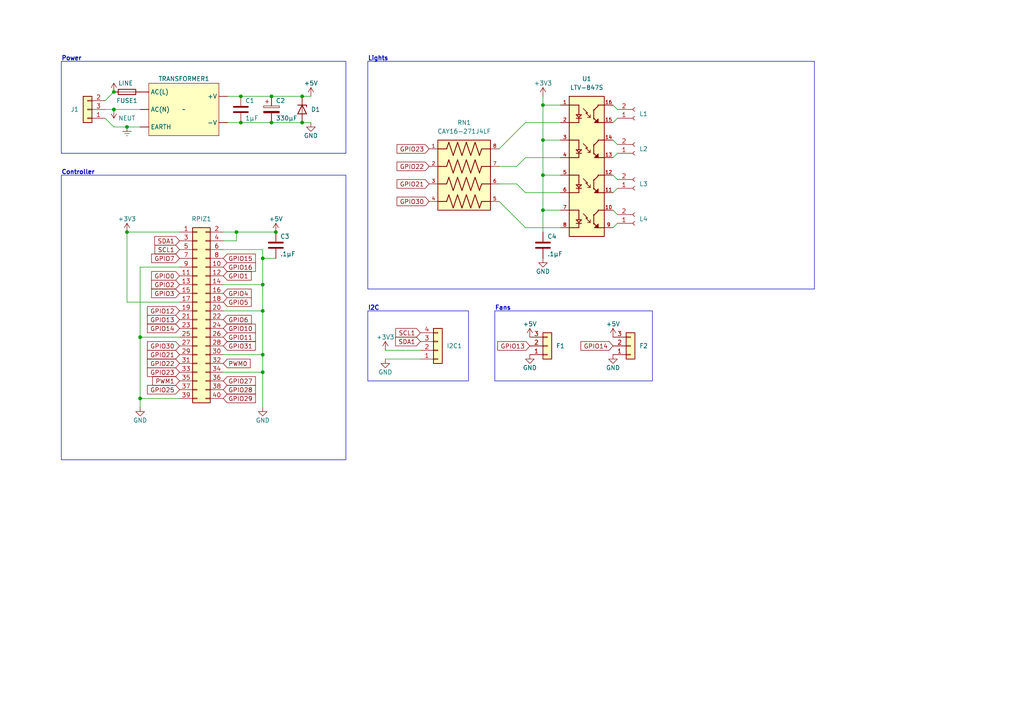
<source format=kicad_sch>
(kicad_sch (version 20230121) (generator eeschema)
  (paper "A4")
  (lib_symbols
    (symbol "Conn_01x03_1" (pin_names (offset 1.016) hide)
      (property "Reference" "J1" (at 2.54 0 0))
      (symbol "Conn_01x03_1_1_1"
        (rectangle (start -1.27 -2.413) (end 0 -2.667) (stroke (width 0.1524)))
        (rectangle (start -1.27 0.127) (end 0 -0.127) (stroke (width 0.1524)))
        (rectangle (start -1.27 2.667) (end 0 2.413) (stroke (width 0.1524)))
        (rectangle (start -1.27 3.81) (end 1.27 -3.81) (stroke (width 0.254)) (fill (type background)))
        (pin passive line (at -5.08 2.54 0) (length 3.81) (name "Pin_1") (number "1"))
        (pin passive line (at -5.08 -2.54 0) (length 3.81) (name "Pin_2") (number "2"))
        (pin passive line (at -5.08 0 0) (length 3.81) (name "Pin_3") (number "3"))
      )
    )
    (symbol "Connector:Conn_01x02_Socket" (pin_names (offset 1.016) hide)
      (property "Reference" "J" (at 0 2.54 0))
      (property "Value" "Conn_01x02_Socket" (at 0 -5.08 0))
      (symbol "Conn_01x02_Socket_1_1"
        (arc (start 0 -2.032) (mid -0.5058 -2.54) (end 0 -3.048) (stroke (width 0.1524)))
        (polyline (pts (xy -1.27 -2.54) (xy -0.508 -2.54)) (stroke (width 0.1524)))
        (polyline (pts (xy -1.27 0) (xy -0.508 0)) (stroke (width 0.1524)))
        (arc (start 0 0.508) (mid -0.5058 0) (end 0 -0.508) (stroke (width 0.1524)))
        (pin passive line (at -5.08 0 0) (length 3.81) (name "Pin_1") (number "1"))
        (pin passive line (at -5.08 -2.54 0) (length 3.81) (name "Pin_2") (number "2"))
      )
    )
    (symbol "Connector_Generic:Conn_01x03" (pin_names (offset 1.016) hide)
      (property "Reference" "J" (at 0 5.08 0))
      (property "Value" "Conn_01x03" (at 0 -5.08 0))
      (symbol "Conn_01x03_1_1"
        (rectangle (start -1.27 -2.413) (end 0 -2.667) (stroke (width 0.1524)))
        (rectangle (start -1.27 0.127) (end 0 -0.127) (stroke (width 0.1524)))
        (rectangle (start -1.27 2.667) (end 0 2.413) (stroke (width 0.1524)))
        (rectangle (start -1.27 3.81) (end 1.27 -3.81) (stroke (width 0.254)) (fill (type background)))
        (pin passive line (at -5.08 2.54 0) (length 3.81) (name "Pin_1") (number "1"))
        (pin passive line (at -5.08 0 0) (length 3.81) (name "Pin_2") (number "2"))
        (pin passive line (at -5.08 -2.54 0) (length 3.81) (name "Pin_3") (number "3"))
      )
    )
    (symbol "Connector_Generic:Conn_01x04" (pin_names (offset 1.016) hide)
      (property "Reference" "I2C1" (at 2.54 -1.27 0))
      (symbol "Conn_01x04_1_1"
        (rectangle (start -1.27 -4.953) (end 0 -5.207) (stroke (width 0.1524)))
        (rectangle (start -1.27 -2.413) (end 0 -2.667) (stroke (width 0.1524)))
        (rectangle (start -1.27 0.127) (end 0 -0.127) (stroke (width 0.1524)))
        (rectangle (start -1.27 2.667) (end 0 2.413) (stroke (width 0.1524)))
        (rectangle (start -1.27 3.81) (end 1.27 -6.35) (stroke (width 0.254)) (fill (type background)))
        (pin passive line (at -5.08 2.54 0) (length 3.81) (name "Pin_1") (number "1"))
        (pin passive line (at -5.08 0 0) (length 3.81) (name "Pin_2") (number "2"))
        (pin passive line (at -5.08 -2.54 0) (length 3.81) (name "Pin_3") (number "3"))
        (pin passive line (at -5.08 -5.08 0) (length 3.81) (name "Pin_4") (number "4"))
        (pin no_connect line (at -3.81 -7.62 0) (length 2.54) hide (name "") (number "P1"))
        (pin no_connect line (at -3.81 -10.16 0) (length 2.54) hide (name "") (number "P2"))
      )
    )
    (symbol "Connector_Generic:Conn_02x20_Odd_Even" (pin_names (offset 1.016) hide)
      (property "Reference" "J" (at 1.27 25.4 0))
      (property "Value" "Conn_02x20_Odd_Even" (at 1.27 -27.94 0))
      (symbol "Conn_02x20_Odd_Even_1_1"
        (rectangle (start -1.27 -25.273) (end 0 -25.527) (stroke (width 0.1524)))
        (rectangle (start -1.27 -22.733) (end 0 -22.987) (stroke (width 0.1524)))
        (rectangle (start -1.27 -20.193) (end 0 -20.447) (stroke (width 0.1524)))
        (rectangle (start -1.27 -17.653) (end 0 -17.907) (stroke (width 0.1524)))
        (rectangle (start -1.27 -15.113) (end 0 -15.367) (stroke (width 0.1524)))
        (rectangle (start -1.27 -12.573) (end 0 -12.827) (stroke (width 0.1524)))
        (rectangle (start -1.27 -10.033) (end 0 -10.287) (stroke (width 0.1524)))
        (rectangle (start -1.27 -7.493) (end 0 -7.747) (stroke (width 0.1524)))
        (rectangle (start -1.27 -4.953) (end 0 -5.207) (stroke (width 0.1524)))
        (rectangle (start -1.27 -2.413) (end 0 -2.667) (stroke (width 0.1524)))
        (rectangle (start -1.27 0.127) (end 0 -0.127) (stroke (width 0.1524)))
        (rectangle (start -1.27 2.667) (end 0 2.413) (stroke (width 0.1524)))
        (rectangle (start -1.27 5.207) (end 0 4.953) (stroke (width 0.1524)))
        (rectangle (start -1.27 7.747) (end 0 7.493) (stroke (width 0.1524)))
        (rectangle (start -1.27 10.287) (end 0 10.033) (stroke (width 0.1524)))
        (rectangle (start -1.27 12.827) (end 0 12.573) (stroke (width 0.1524)))
        (rectangle (start -1.27 15.367) (end 0 15.113) (stroke (width 0.1524)))
        (rectangle (start -1.27 17.907) (end 0 17.653) (stroke (width 0.1524)))
        (rectangle (start -1.27 20.447) (end 0 20.193) (stroke (width 0.1524)))
        (rectangle (start -1.27 22.987) (end 0 22.733) (stroke (width 0.1524)))
        (rectangle (start -1.27 24.13) (end 3.81 -26.67) (stroke (width 0.254)) (fill (type background)))
        (rectangle (start 3.81 -25.273) (end 2.54 -25.527) (stroke (width 0.1524)))
        (rectangle (start 3.81 -22.733) (end 2.54 -22.987) (stroke (width 0.1524)))
        (rectangle (start 3.81 -20.193) (end 2.54 -20.447) (stroke (width 0.1524)))
        (rectangle (start 3.81 -17.653) (end 2.54 -17.907) (stroke (width 0.1524)))
        (rectangle (start 3.81 -15.113) (end 2.54 -15.367) (stroke (width 0.1524)))
        (rectangle (start 3.81 -12.573) (end 2.54 -12.827) (stroke (width 0.1524)))
        (rectangle (start 3.81 -10.033) (end 2.54 -10.287) (stroke (width 0.1524)))
        (rectangle (start 3.81 -7.493) (end 2.54 -7.747) (stroke (width 0.1524)))
        (rectangle (start 3.81 -4.953) (end 2.54 -5.207) (stroke (width 0.1524)))
        (rectangle (start 3.81 -2.413) (end 2.54 -2.667) (stroke (width 0.1524)))
        (rectangle (start 3.81 0.127) (end 2.54 -0.127) (stroke (width 0.1524)))
        (rectangle (start 3.81 2.667) (end 2.54 2.413) (stroke (width 0.1524)))
        (rectangle (start 3.81 5.207) (end 2.54 4.953) (stroke (width 0.1524)))
        (rectangle (start 3.81 7.747) (end 2.54 7.493) (stroke (width 0.1524)))
        (rectangle (start 3.81 10.287) (end 2.54 10.033) (stroke (width 0.1524)))
        (rectangle (start 3.81 12.827) (end 2.54 12.573) (stroke (width 0.1524)))
        (rectangle (start 3.81 15.367) (end 2.54 15.113) (stroke (width 0.1524)))
        (rectangle (start 3.81 17.907) (end 2.54 17.653) (stroke (width 0.1524)))
        (rectangle (start 3.81 20.447) (end 2.54 20.193) (stroke (width 0.1524)))
        (rectangle (start 3.81 22.987) (end 2.54 22.733) (stroke (width 0.1524)))
        (pin passive line (at -5.08 22.86 0) (length 3.81) (name "Pin_1") (number "1"))
        (pin passive line (at 7.62 12.7 180) (length 3.81) (name "Pin_10") (number "10"))
        (pin passive line (at -5.08 10.16 0) (length 3.81) (name "Pin_11") (number "11"))
        (pin passive line (at 7.62 10.16 180) (length 3.81) (name "Pin_12") (number "12"))
        (pin passive line (at -5.08 7.62 0) (length 3.81) (name "Pin_13") (number "13"))
        (pin passive line (at 7.62 7.62 180) (length 3.81) (name "Pin_14") (number "14"))
        (pin passive line (at -5.08 5.08 0) (length 3.81) (name "Pin_15") (number "15"))
        (pin passive line (at 7.62 5.08 180) (length 3.81) (name "Pin_16") (number "16"))
        (pin passive line (at -5.08 2.54 0) (length 3.81) (name "Pin_17") (number "17"))
        (pin passive line (at 7.62 2.54 180) (length 3.81) (name "Pin_18") (number "18"))
        (pin passive line (at -5.08 0 0) (length 3.81) (name "Pin_19") (number "19"))
        (pin passive line (at 7.62 22.86 180) (length 3.81) (name "Pin_2") (number "2"))
        (pin passive line (at 7.62 0 180) (length 3.81) (name "Pin_20") (number "20"))
        (pin passive line (at -5.08 -2.54 0) (length 3.81) (name "Pin_21") (number "21"))
        (pin passive line (at 7.62 -2.54 180) (length 3.81) (name "Pin_22") (number "22"))
        (pin passive line (at -5.08 -5.08 0) (length 3.81) (name "Pin_23") (number "23"))
        (pin passive line (at 7.62 -5.08 180) (length 3.81) (name "Pin_24") (number "24"))
        (pin passive line (at -5.08 -7.62 0) (length 3.81) (name "Pin_25") (number "25"))
        (pin passive line (at 7.62 -7.62 180) (length 3.81) (name "Pin_26") (number "26"))
        (pin passive line (at -5.08 -10.16 0) (length 3.81) (name "Pin_27") (number "27"))
        (pin passive line (at 7.62 -10.16 180) (length 3.81) (name "Pin_28") (number "28"))
        (pin passive line (at -5.08 -12.7 0) (length 3.81) (name "Pin_29") (number "29"))
        (pin passive line (at -5.08 20.32 0) (length 3.81) (name "Pin_3") (number "3"))
        (pin passive line (at 7.62 -12.7 180) (length 3.81) (name "Pin_30") (number "30"))
        (pin passive line (at -5.08 -15.24 0) (length 3.81) (name "Pin_31") (number "31"))
        (pin passive line (at 7.62 -15.24 180) (length 3.81) (name "Pin_32") (number "32"))
        (pin passive line (at -5.08 -17.78 0) (length 3.81) (name "Pin_33") (number "33"))
        (pin passive line (at 7.62 -17.78 180) (length 3.81) (name "Pin_34") (number "34"))
        (pin passive line (at -5.08 -20.32 0) (length 3.81) (name "Pin_35") (number "35"))
        (pin passive line (at 7.62 -20.32 180) (length 3.81) (name "Pin_36") (number "36"))
        (pin passive line (at -5.08 -22.86 0) (length 3.81) (name "Pin_37") (number "37"))
        (pin passive line (at 7.62 -22.86 180) (length 3.81) (name "Pin_38") (number "38"))
        (pin passive line (at -5.08 -25.4 0) (length 3.81) (name "Pin_39") (number "39"))
        (pin passive line (at 7.62 20.32 180) (length 3.81) (name "Pin_4") (number "4"))
        (pin passive line (at 7.62 -25.4 180) (length 3.81) (name "Pin_40") (number "40"))
        (pin passive line (at -5.08 17.78 0) (length 3.81) (name "Pin_5") (number "5"))
        (pin passive line (at 7.62 17.78 180) (length 3.81) (name "Pin_6") (number "6"))
        (pin passive line (at -5.08 15.24 0) (length 3.81) (name "Pin_7") (number "7"))
        (pin passive line (at 7.62 15.24 180) (length 3.81) (name "Pin_8") (number "8"))
        (pin passive line (at -5.08 12.7 0) (length 3.81) (name "Pin_9") (number "9"))
      )
    )
    (symbol "Device:C" (pin_numbers hide) (pin_names (offset 0.254))
      (property "Reference" "C" (at 0.635 2.54 0))
      (property "Value" "C" (at 0.635 -2.54 0))
      (symbol "C_0_1"
        (polyline (pts (xy -2.032 -0.762) (xy 2.032 -0.762)) (stroke (width 0.508)))
        (polyline (pts (xy -2.032 0.762) (xy 2.032 0.762)) (stroke (width 0.508)))
      )
      (symbol "C_1_1"
        (pin passive line (at 0 3.81 270) (length 2.794) (name "~") (number "1"))
        (pin passive line (at 0 -3.81 90) (length 2.794) (name "~") (number "2"))
      )
    )
    (symbol "Device:C_Polarized" (pin_numbers hide) (pin_names (offset 0.254))
      (property "Reference" "C" (at 0.635 2.54 0))
      (property "Value" "C_Polarized" (at 0.635 -2.54 0))
      (symbol "C_Polarized_0_1"
        (rectangle (start -2.286 0.508) (end 2.286 1.016))
        (polyline (pts (xy -1.778 2.286) (xy -0.762 2.286)))
        (polyline (pts (xy -1.27 2.794) (xy -1.27 1.778)))
        (rectangle (start 2.286 -0.508) (end -2.286 -1.016) (fill (type outline)))
      )
      (symbol "C_Polarized_1_1"
        (pin passive line (at 0 3.81 270) (length 2.794) (name "~") (number "1"))
        (pin passive line (at 0 -3.81 90) (length 2.794) (name "~") (number "2"))
      )
    )
    (symbol "Device:D_Zener" (pin_numbers hide) (pin_names (offset 1.016) hide)
      (property "Reference" "D" (at 0 2.54 0))
      (property "Value" "D_Zener" (at 0 -2.54 0))
      (symbol "D_Zener_0_1"
        (polyline (pts (xy 1.27 0) (xy -1.27 0)))
        (polyline (pts (xy -1.27 -1.27) (xy -1.27 1.27) (xy -0.762 1.27)) (stroke (width 0.254)))
        (polyline (pts (xy 1.27 -1.27) (xy 1.27 1.27) (xy -1.27 0) (xy 1.27 -1.27)) (stroke (width 0.254)))
      )
      (symbol "D_Zener_1_1"
        (pin passive line (at -3.81 0 0) (length 2.54) (name "K") (number "1"))
        (pin passive line (at 3.81 0 180) (length 2.54) (name "A") (number "2"))
      )
    )
    (symbol "Device:Fuse" (pin_numbers hide) (pin_names (offset 0))
      (property "Reference" "F" (at 2.032 0 90))
      (property "Value" "Fuse" (at -1.905 0 90))
      (symbol "Fuse_0_1"
        (rectangle (start -0.762 -2.54) (end 0.762 2.54) (stroke (width 0.254)))
        (polyline (pts (xy 0 2.54) (xy 0 -2.54)))
      )
      (symbol "Fuse_1_1"
        (pin passive line (at 0 3.81 270) (length 1.27) (name "~") (number "1"))
        (pin passive line (at 0 -3.81 90) (length 1.27) (name "~") (number "2"))
      )
    )
    (symbol "Greenhouse-Symbols:EXB-38V271JV" (pin_names (offset 1.016))
      (property "Reference" "RN" (at -7.62 10.795 0))
      (property "Value" "CAY16-271J4LF" (at -7.62 -12.7 0))
      (symbol "EXB-38V271JV_0_0"
        (rectangle (start -7.62 -10.16) (end 7.62 10.16) (stroke (width 0.254)) (fill (type background)))
        (polyline (pts (xy -5.08 -7.62) (xy -7.62 -7.62)) (stroke (width 0.254)))
        (polyline (pts (xy -5.08 -7.62) (xy -4.445 -5.715)) (stroke (width 0.254)))
        (polyline (pts (xy -5.08 -2.54) (xy -7.62 -2.54)) (stroke (width 0.254)))
        (polyline (pts (xy -5.08 -2.54) (xy -4.445 -0.635)) (stroke (width 0.254)))
        (polyline (pts (xy -5.08 2.54) (xy -7.62 2.54)) (stroke (width 0.254)))
        (polyline (pts (xy -5.08 2.54) (xy -4.445 4.445)) (stroke (width 0.254)))
        (polyline (pts (xy -5.08 7.62) (xy -7.62 7.62)) (stroke (width 0.254)))
        (polyline (pts (xy -5.08 7.62) (xy -4.445 9.525)) (stroke (width 0.254)))
        (polyline (pts (xy -4.445 -5.715) (xy -3.175 -9.525)) (stroke (width 0.254)))
        (polyline (pts (xy -4.445 -0.635) (xy -3.175 -4.445)) (stroke (width 0.254)))
        (polyline (pts (xy -4.445 4.445) (xy -3.175 0.635)) (stroke (width 0.254)))
        (polyline (pts (xy -4.445 9.525) (xy -3.175 5.715)) (stroke (width 0.254)))
        (polyline (pts (xy -3.175 -9.525) (xy -1.905 -5.715)) (stroke (width 0.254)))
        (polyline (pts (xy -3.175 -4.445) (xy -1.905 -0.635)) (stroke (width 0.254)))
        (polyline (pts (xy -3.175 0.635) (xy -1.905 4.445)) (stroke (width 0.254)))
        (polyline (pts (xy -3.175 5.715) (xy -1.905 9.525)) (stroke (width 0.254)))
        (polyline (pts (xy -1.905 -5.715) (xy -0.635 -9.525)) (stroke (width 0.254)))
        (polyline (pts (xy -1.905 -0.635) (xy -0.635 -4.445)) (stroke (width 0.254)))
        (polyline (pts (xy -1.905 4.445) (xy -0.635 0.635)) (stroke (width 0.254)))
        (polyline (pts (xy -1.905 9.525) (xy -0.635 5.715)) (stroke (width 0.254)))
        (polyline (pts (xy -0.635 -9.525) (xy 0.635 -5.715)) (stroke (width 0.254)))
        (polyline (pts (xy -0.635 -4.445) (xy 0.635 -0.635)) (stroke (width 0.254)))
        (polyline (pts (xy -0.635 0.635) (xy 0.635 4.445)) (stroke (width 0.254)))
        (polyline (pts (xy -0.635 5.715) (xy 0.635 9.525)) (stroke (width 0.254)))
        (polyline (pts (xy 0.635 -5.715) (xy 1.905 -9.525)) (stroke (width 0.254)))
        (polyline (pts (xy 0.635 -0.635) (xy 1.905 -4.445)) (stroke (width 0.254)))
        (polyline (pts (xy 0.635 4.445) (xy 1.905 0.635)) (stroke (width 0.254)))
        (polyline (pts (xy 0.635 9.525) (xy 1.905 5.715)) (stroke (width 0.254)))
        (polyline (pts (xy 1.905 -9.525) (xy 3.175 -5.715)) (stroke (width 0.254)))
        (polyline (pts (xy 1.905 -4.445) (xy 3.175 -0.635)) (stroke (width 0.254)))
        (polyline (pts (xy 1.905 0.635) (xy 3.175 4.445)) (stroke (width 0.254)))
        (polyline (pts (xy 1.905 5.715) (xy 3.175 9.525)) (stroke (width 0.254)))
        (polyline (pts (xy 3.175 -5.715) (xy 4.445 -9.525)) (stroke (width 0.254)))
        (polyline (pts (xy 3.175 -0.635) (xy 4.445 -4.445)) (stroke (width 0.254)))
        (polyline (pts (xy 3.175 4.445) (xy 4.445 0.635)) (stroke (width 0.254)))
        (polyline (pts (xy 3.175 9.525) (xy 4.445 5.715)) (stroke (width 0.254)))
        (polyline (pts (xy 4.445 -9.525) (xy 5.08 -7.62)) (stroke (width 0.254)))
        (polyline (pts (xy 4.445 -4.445) (xy 5.08 -2.54)) (stroke (width 0.254)))
        (polyline (pts (xy 4.445 0.635) (xy 5.08 2.54)) (stroke (width 0.254)))
        (polyline (pts (xy 4.445 5.715) (xy 5.08 7.62)) (stroke (width 0.254)))
        (polyline (pts (xy 5.08 -7.62) (xy 7.62 -7.62)) (stroke (width 0.254)))
        (polyline (pts (xy 5.08 -2.54) (xy 7.62 -2.54)) (stroke (width 0.254)))
        (polyline (pts (xy 5.08 2.54) (xy 7.62 2.54)) (stroke (width 0.254)))
        (polyline (pts (xy 5.08 7.62) (xy 7.62 7.62)) (stroke (width 0.254)))
        (pin passive line (at -10.16 7.62 0) (length 2.54) (name "~") (number "1"))
        (pin passive line (at -10.16 2.54 0) (length 2.54) (name "~") (number "2"))
        (pin passive line (at -10.16 -2.54 0) (length 2.54) (name "~") (number "3"))
        (pin passive line (at -10.16 -7.62 0) (length 2.54) (name "~") (number "4"))
        (pin passive line (at 10.16 -7.62 180) (length 2.54) (name "~") (number "5"))
        (pin passive line (at 10.16 -2.54 180) (length 2.54) (name "~") (number "6"))
        (pin passive line (at 10.16 2.54 180) (length 2.54) (name "~") (number "7"))
        (pin passive line (at 10.16 7.62 180) (length 2.54) (name "~") (number "8"))
      )
    )
    (symbol "Greenhouse-Symbols:LH10-23B05R2" (pin_numbers hide)
      (property "Reference" "U" (at 0 0 0))
      (symbol "LH10-23B05R2_1_1"
        (rectangle (start -10.16 7.62) (end 10.16 -7.62) (fill (type background)))
        (pin input line (at -12.7 -5.08 0) (length 2.54) (name "EARTH") (number "1"))
        (pin input line (at -12.7 0 0) (length 2.54) (name "AC(N)") (number "2"))
        (pin input line (at -12.7 5.08 0) (length 2.54) (name "AC(L)") (number "3"))
        (pin output line (at 12.7 3.81 180) (length 2.54) (name "+V") (number "4"))
        (pin output line (at 12.7 -3.81 180) (length 2.54) (name "-V") (number "5"))
      )
    )
    (symbol "Greenhouse-Symbols:LTV-847S" (pin_names (offset 1.016))
      (property "Reference" "U" (at -5.08 21.59 0))
      (property "Value" "LTV-847S" (at -5.08 -21.59 0))
      (symbol "LTV-847S_0_0"
        (rectangle (start -5.08 -20.32) (end 5.08 20.32) (stroke (width 0.254)) (fill (type background)))
        (polyline (pts (xy -5.08 -12.7) (xy -2.286 -12.7)) (stroke (width 0.254)))
        (polyline (pts (xy -5.08 -2.54) (xy -2.286 -2.54)) (stroke (width 0.254)))
        (polyline (pts (xy -5.08 7.62) (xy -2.286 7.62)) (stroke (width 0.254)))
        (polyline (pts (xy -5.08 17.78) (xy -2.286 17.78)) (stroke (width 0.254)))
        (polyline (pts (xy -3.048 -16.51) (xy -1.524 -16.51)) (stroke (width 0.254)))
        (polyline (pts (xy -3.048 -15.494) (xy -2.286 -16.256)) (stroke (width 0.254)))
        (polyline (pts (xy -3.048 -6.35) (xy -1.524 -6.35)) (stroke (width 0.254)))
        (polyline (pts (xy -3.048 -5.334) (xy -2.286 -6.096)) (stroke (width 0.254)))
        (polyline (pts (xy -3.048 3.81) (xy -1.524 3.81)) (stroke (width 0.254)))
        (polyline (pts (xy -3.048 4.826) (xy -2.286 4.064)) (stroke (width 0.254)))
        (polyline (pts (xy -3.048 13.97) (xy -1.524 13.97)) (stroke (width 0.254)))
        (polyline (pts (xy -3.048 14.986) (xy -2.286 14.224)) (stroke (width 0.254)))
        (polyline (pts (xy -2.286 -17.78) (xy -5.08 -17.78)) (stroke (width 0.254)))
        (polyline (pts (xy -2.286 -16.51) (xy -2.286 -17.78)) (stroke (width 0.254)))
        (polyline (pts (xy -2.286 -16.256) (xy -1.524 -15.494)) (stroke (width 0.254)))
        (polyline (pts (xy -2.286 -15.494) (xy -3.048 -15.494)) (stroke (width 0.254)))
        (polyline (pts (xy -2.286 -15.494) (xy -1.524 -15.494)) (stroke (width 0.254)))
        (polyline (pts (xy -2.286 -12.7) (xy -2.286 -15.494)) (stroke (width 0.254)))
        (polyline (pts (xy -2.286 -7.62) (xy -5.08 -7.62)) (stroke (width 0.254)))
        (polyline (pts (xy -2.286 -6.35) (xy -2.286 -7.62)) (stroke (width 0.254)))
        (polyline (pts (xy -2.286 -6.096) (xy -1.524 -5.334)) (stroke (width 0.254)))
        (polyline (pts (xy -2.286 -5.334) (xy -3.048 -5.334)) (stroke (width 0.254)))
        (polyline (pts (xy -2.286 -5.334) (xy -1.524 -5.334)) (stroke (width 0.254)))
        (polyline (pts (xy -2.286 -2.54) (xy -2.286 -5.334)) (stroke (width 0.254)))
        (polyline (pts (xy -2.286 2.54) (xy -5.08 2.54)) (stroke (width 0.254)))
        (polyline (pts (xy -2.286 3.81) (xy -2.286 2.54)) (stroke (width 0.254)))
        (polyline (pts (xy -2.286 4.064) (xy -1.524 4.826)) (stroke (width 0.254)))
        (polyline (pts (xy -2.286 4.826) (xy -3.048 4.826)) (stroke (width 0.254)))
        (polyline (pts (xy -2.286 4.826) (xy -1.524 4.826)) (stroke (width 0.254)))
        (polyline (pts (xy -2.286 7.62) (xy -2.286 4.826)) (stroke (width 0.254)))
        (polyline (pts (xy -2.286 12.7) (xy -5.08 12.7)) (stroke (width 0.254)))
        (polyline (pts (xy -2.286 13.97) (xy -2.286 12.7)) (stroke (width 0.254)))
        (polyline (pts (xy -2.286 14.224) (xy -1.524 14.986)) (stroke (width 0.254)))
        (polyline (pts (xy -2.286 14.986) (xy -3.048 14.986)) (stroke (width 0.254)))
        (polyline (pts (xy -2.286 14.986) (xy -1.524 14.986)) (stroke (width 0.254)))
        (polyline (pts (xy -2.286 17.78) (xy -2.286 14.986)) (stroke (width 0.254)))
        (polyline (pts (xy -1.016 -13.716) (xy 0.254 -14.986)) (stroke (width 0.2032)))
        (polyline (pts (xy -1.016 -3.556) (xy 0.254 -4.826)) (stroke (width 0.2032)))
        (polyline (pts (xy -1.016 6.604) (xy 0.254 5.334)) (stroke (width 0.2032)))
        (polyline (pts (xy -1.016 16.764) (xy 0.254 15.494)) (stroke (width 0.2032)))
        (polyline (pts (xy -0.254 -14.986) (xy 1.016 -16.256)) (stroke (width 0.2032)))
        (polyline (pts (xy -0.254 -4.826) (xy 1.016 -6.096)) (stroke (width 0.2032)))
        (polyline (pts (xy -0.254 5.334) (xy 1.016 4.064)) (stroke (width 0.2032)))
        (polyline (pts (xy -0.254 15.494) (xy 1.016 14.224)) (stroke (width 0.2032)))
        (polyline (pts (xy 0.254 -14.986) (xy -0.254 -14.986)) (stroke (width 0.2032)))
        (polyline (pts (xy 0.254 -4.826) (xy -0.254 -4.826)) (stroke (width 0.2032)))
        (polyline (pts (xy 0.254 5.334) (xy -0.254 5.334)) (stroke (width 0.2032)))
        (polyline (pts (xy 0.254 15.494) (xy -0.254 15.494)) (stroke (width 0.2032)))
        (polyline (pts (xy 1.016 -16.256) (xy 0.254 -16.256)) (stroke (width 0.2032)))
        (polyline (pts (xy 1.016 -16.256) (xy 1.016 -15.494)) (stroke (width 0.2032)))
        (polyline (pts (xy 1.016 -6.096) (xy 0.254 -6.096)) (stroke (width 0.2032)))
        (polyline (pts (xy 1.016 -6.096) (xy 1.016 -5.334)) (stroke (width 0.2032)))
        (polyline (pts (xy 1.016 4.064) (xy 0.254 4.064)) (stroke (width 0.2032)))
        (polyline (pts (xy 1.016 4.064) (xy 1.016 4.826)) (stroke (width 0.2032)))
        (polyline (pts (xy 1.016 14.224) (xy 0.254 14.224)) (stroke (width 0.2032)))
        (polyline (pts (xy 1.016 14.224) (xy 1.016 14.986)) (stroke (width 0.2032)))
        (polyline (pts (xy 2.032 -16.51) (xy 2.032 -16.764)) (stroke (width 0.254)))
        (polyline (pts (xy 2.032 -16.51) (xy 3.302 -17.78)) (stroke (width 0.254)))
        (polyline (pts (xy 2.032 -14.224) (xy 2.032 -16.51)) (stroke (width 0.254)))
        (polyline (pts (xy 2.032 -14.224) (xy 2.032 -13.97)) (stroke (width 0.254)))
        (polyline (pts (xy 2.032 -6.35) (xy 2.032 -6.604)) (stroke (width 0.254)))
        (polyline (pts (xy 2.032 -6.35) (xy 3.302 -7.62)) (stroke (width 0.254)))
        (polyline (pts (xy 2.032 -4.064) (xy 2.032 -6.35)) (stroke (width 0.254)))
        (polyline (pts (xy 2.032 -4.064) (xy 2.032 -3.81)) (stroke (width 0.254)))
        (polyline (pts (xy 2.032 3.81) (xy 2.032 3.556)) (stroke (width 0.254)))
        (polyline (pts (xy 2.032 3.81) (xy 3.302 2.54)) (stroke (width 0.254)))
        (polyline (pts (xy 2.032 6.096) (xy 2.032 3.81)) (stroke (width 0.254)))
        (polyline (pts (xy 2.032 6.096) (xy 2.032 6.35)) (stroke (width 0.254)))
        (polyline (pts (xy 2.032 13.97) (xy 2.032 13.716)) (stroke (width 0.254)))
        (polyline (pts (xy 2.032 13.97) (xy 3.302 12.7)) (stroke (width 0.254)))
        (polyline (pts (xy 2.032 16.256) (xy 2.032 13.97)) (stroke (width 0.254)))
        (polyline (pts (xy 2.032 16.256) (xy 2.032 16.51)) (stroke (width 0.254)))
        (polyline (pts (xy 2.286 -17.78) (xy 3.048 -17.78)) (stroke (width 0.254)))
        (polyline (pts (xy 2.286 -7.62) (xy 3.048 -7.62)) (stroke (width 0.254)))
        (polyline (pts (xy 2.286 2.54) (xy 3.048 2.54)) (stroke (width 0.254)))
        (polyline (pts (xy 2.286 12.7) (xy 3.048 12.7)) (stroke (width 0.254)))
        (polyline (pts (xy 2.54 -17.526) (xy 2.286 -17.78)) (stroke (width 0.254)))
        (polyline (pts (xy 2.54 -17.526) (xy 2.794 -17.526)) (stroke (width 0.254)))
        (polyline (pts (xy 2.54 -7.366) (xy 2.286 -7.62)) (stroke (width 0.254)))
        (polyline (pts (xy 2.54 -7.366) (xy 2.794 -7.366)) (stroke (width 0.254)))
        (polyline (pts (xy 2.54 2.794) (xy 2.286 2.54)) (stroke (width 0.254)))
        (polyline (pts (xy 2.54 2.794) (xy 2.794 2.794)) (stroke (width 0.254)))
        (polyline (pts (xy 2.54 12.954) (xy 2.286 12.7)) (stroke (width 0.254)))
        (polyline (pts (xy 2.54 12.954) (xy 2.794 12.954)) (stroke (width 0.254)))
        (polyline (pts (xy 2.794 -17.526) (xy 3.048 -17.78)) (stroke (width 0.254)))
        (polyline (pts (xy 2.794 -7.366) (xy 3.048 -7.62)) (stroke (width 0.254)))
        (polyline (pts (xy 2.794 2.794) (xy 3.048 2.54)) (stroke (width 0.254)))
        (polyline (pts (xy 2.794 12.954) (xy 3.048 12.7)) (stroke (width 0.254)))
        (polyline (pts (xy 3.048 -17.78) (xy 3.048 -17.272)) (stroke (width 0.254)))
        (polyline (pts (xy 3.048 -17.78) (xy 3.302 -17.78)) (stroke (width 0.254)))
        (polyline (pts (xy 3.048 -17.272) (xy 2.794 -17.526)) (stroke (width 0.254)))
        (polyline (pts (xy 3.048 -17.272) (xy 3.302 -17.018)) (stroke (width 0.254)))
        (polyline (pts (xy 3.048 -7.62) (xy 3.048 -7.112)) (stroke (width 0.254)))
        (polyline (pts (xy 3.048 -7.62) (xy 3.302 -7.62)) (stroke (width 0.254)))
        (polyline (pts (xy 3.048 -7.112) (xy 2.794 -7.366)) (stroke (width 0.254)))
        (polyline (pts (xy 3.048 -7.112) (xy 3.302 -6.858)) (stroke (width 0.254)))
        (polyline (pts (xy 3.048 2.54) (xy 3.048 3.048)) (stroke (width 0.254)))
        (polyline (pts (xy 3.048 2.54) (xy 3.302 2.54)) (stroke (width 0.254)))
        (polyline (pts (xy 3.048 3.048) (xy 2.794 2.794)) (stroke (width 0.254)))
        (polyline (pts (xy 3.048 3.048) (xy 3.302 3.302)) (stroke (width 0.254)))
        (polyline (pts (xy 3.048 12.7) (xy 3.048 13.208)) (stroke (width 0.254)))
        (polyline (pts (xy 3.048 12.7) (xy 3.302 12.7)) (stroke (width 0.254)))
        (polyline (pts (xy 3.048 13.208) (xy 2.794 12.954)) (stroke (width 0.254)))
        (polyline (pts (xy 3.048 13.208) (xy 3.302 13.462)) (stroke (width 0.254)))
        (polyline (pts (xy 3.302 -17.78) (xy 3.302 -17.526)) (stroke (width 0.254)))
        (polyline (pts (xy 3.302 -17.78) (xy 5.08 -17.78)) (stroke (width 0.254)))
        (polyline (pts (xy 3.302 -17.526) (xy 3.048 -17.272)) (stroke (width 0.254)))
        (polyline (pts (xy 3.302 -17.526) (xy 3.302 -17.018)) (stroke (width 0.254)))
        (polyline (pts (xy 3.302 -17.018) (xy 3.302 -16.764)) (stroke (width 0.254)))
        (polyline (pts (xy 3.302 -16.764) (xy 2.54 -17.526)) (stroke (width 0.254)))
        (polyline (pts (xy 3.302 -12.954) (xy 2.032 -14.224)) (stroke (width 0.254)))
        (polyline (pts (xy 3.302 -12.7) (xy 3.302 -12.954)) (stroke (width 0.254)))
        (polyline (pts (xy 3.302 -7.62) (xy 3.302 -7.366)) (stroke (width 0.254)))
        (polyline (pts (xy 3.302 -7.62) (xy 5.08 -7.62)) (stroke (width 0.254)))
        (polyline (pts (xy 3.302 -7.366) (xy 3.048 -7.112)) (stroke (width 0.254)))
        (polyline (pts (xy 3.302 -7.366) (xy 3.302 -6.858)) (stroke (width 0.254)))
        (polyline (pts (xy 3.302 -6.858) (xy 3.302 -6.604)) (stroke (width 0.254)))
        (polyline (pts (xy 3.302 -6.604) (xy 2.54 -7.366)) (stroke (width 0.254)))
        (polyline (pts (xy 3.302 -2.794) (xy 2.032 -4.064)) (stroke (width 0.254)))
        (polyline (pts (xy 3.302 -2.54) (xy 3.302 -2.794)) (stroke (width 0.254)))
        (polyline (pts (xy 3.302 2.54) (xy 3.302 2.794)) (stroke (width 0.254)))
        (polyline (pts (xy 3.302 2.54) (xy 5.08 2.54)) (stroke (width 0.254)))
        (polyline (pts (xy 3.302 2.794) (xy 3.048 3.048)) (stroke (width 0.254)))
        (polyline (pts (xy 3.302 2.794) (xy 3.302 3.302)) (stroke (width 0.254)))
        (polyline (pts (xy 3.302 3.302) (xy 3.302 3.556)) (stroke (width 0.254)))
        (polyline (pts (xy 3.302 3.556) (xy 2.54 2.794)) (stroke (width 0.254)))
        (polyline (pts (xy 3.302 7.366) (xy 2.032 6.096)) (stroke (width 0.254)))
        (polyline (pts (xy 3.302 7.62) (xy 3.302 7.366)) (stroke (width 0.254)))
        (polyline (pts (xy 3.302 12.7) (xy 3.302 12.954)) (stroke (width 0.254)))
        (polyline (pts (xy 3.302 12.7) (xy 5.08 12.7)) (stroke (width 0.254)))
        (polyline (pts (xy 3.302 12.954) (xy 3.048 13.208)) (stroke (width 0.254)))
        (polyline (pts (xy 3.302 12.954) (xy 3.302 13.462)) (stroke (width 0.254)))
        (polyline (pts (xy 3.302 13.462) (xy 3.302 13.716)) (stroke (width 0.254)))
        (polyline (pts (xy 3.302 13.716) (xy 2.54 12.954)) (stroke (width 0.254)))
        (polyline (pts (xy 3.302 17.526) (xy 2.032 16.256)) (stroke (width 0.254)))
        (polyline (pts (xy 3.302 17.78) (xy 3.302 17.526)) (stroke (width 0.254)))
        (polyline (pts (xy 5.08 -12.7) (xy 3.302 -12.7)) (stroke (width 0.254)))
        (polyline (pts (xy 5.08 -2.54) (xy 3.302 -2.54)) (stroke (width 0.254)))
        (polyline (pts (xy 5.08 7.62) (xy 3.302 7.62)) (stroke (width 0.254)))
        (polyline (pts (xy 5.08 17.78) (xy 3.302 17.78)) (stroke (width 0.254)))
        (pin passive line (at -7.62 17.78 0) (length 2.54) (name "~") (number "1"))
        (pin passive line (at 7.62 -12.7 180) (length 2.54) (name "~") (number "10"))
        (pin passive line (at 7.62 -7.62 180) (length 2.54) (name "~") (number "11"))
        (pin passive line (at 7.62 -2.54 180) (length 2.54) (name "~") (number "12"))
        (pin passive line (at 7.62 2.54 180) (length 2.54) (name "~") (number "13"))
        (pin passive line (at 7.62 7.62 180) (length 2.54) (name "~") (number "14"))
        (pin passive line (at 7.62 12.7 180) (length 2.54) (name "~") (number "15"))
        (pin passive line (at 7.62 17.78 180) (length 2.54) (name "~") (number "16"))
        (pin passive line (at -7.62 12.7 0) (length 2.54) (name "~") (number "2"))
        (pin passive line (at -7.62 7.62 0) (length 2.54) (name "~") (number "3"))
        (pin passive line (at -7.62 2.54 0) (length 2.54) (name "~") (number "4"))
        (pin passive line (at -7.62 -2.54 0) (length 2.54) (name "~") (number "5"))
        (pin passive line (at -7.62 -7.62 0) (length 2.54) (name "~") (number "6"))
        (pin passive line (at -7.62 -12.7 0) (length 2.54) (name "~") (number "7"))
        (pin passive line (at -7.62 -17.78 0) (length 2.54) (name "~") (number "8"))
        (pin passive line (at 7.62 -17.78 180) (length 2.54) (name "~") (number "9"))
      )
    )
    (symbol "power:+3V3" (power) (pin_names (offset 0))
      (property "Value" "+3V3" (at 0 3.556 0))
      (symbol "+3V3_0_1"
        (polyline (pts (xy -0.762 1.27) (xy 0 2.54)))
        (polyline (pts (xy 0 0) (xy 0 2.54)))
        (polyline (pts (xy 0 2.54) (xy 0.762 1.27)))
      )
      (symbol "+3V3_1_1"
        (pin power_in line (at 0 0 90) (length 0) hide (name "+3V3") (number "1"))
      )
    )
    (symbol "power:+5V" (power) (pin_names (offset 0))
      (property "Value" "+5V" (at 0 3.556 0))
      (symbol "+5V_0_1"
        (polyline (pts (xy -0.762 1.27) (xy 0 2.54)))
        (polyline (pts (xy 0 0) (xy 0 2.54)))
        (polyline (pts (xy 0 2.54) (xy 0.762 1.27)))
      )
      (symbol "+5V_1_1"
        (pin power_in line (at 0 0 90) (length 0) hide (name "+5V") (number "1"))
      )
    )
    (symbol "power:Earth" (power) (pin_names (offset 0))
      (symbol "Earth_0_1"
        (polyline (pts (xy -0.635 -1.905) (xy 0.635 -1.905)))
        (polyline (pts (xy -0.127 -2.54) (xy 0.127 -2.54)))
        (polyline (pts (xy 0 -1.27) (xy 0 0)))
        (polyline (pts (xy 1.27 -1.27) (xy -1.27 -1.27)))
      )
      (symbol "Earth_1_1"
        (pin power_in line (at 0 0 270) (length 0) hide (name "Earth") (number "1"))
      )
    )
    (symbol "power:GND" (power) (pin_names (offset 0))
      (property "Value" "GND" (at 0 -3.81 0))
      (symbol "GND_0_1"
        (polyline (pts (xy 0 0) (xy 0 -1.27) (xy 1.27 -1.27) (xy 0 -2.54) (xy -1.27 -1.27) (xy 0 -1.27)))
      )
      (symbol "GND_1_1"
        (pin power_in line (at 0 0 270) (length 0) hide (name "GND") (number "1"))
      )
    )
    (symbol "power:LINE" (power) (pin_names (offset 0))
      (property "Value" "LINE" (at 0 3.81 0))
      (symbol "LINE_0_1"
        (polyline (pts (xy -0.762 1.27) (xy 0 2.54)))
        (polyline (pts (xy 0 0) (xy 0 2.54)))
        (polyline (pts (xy 0 2.54) (xy 0.762 1.27)))
      )
      (symbol "LINE_1_1"
        (pin power_in line (at 0 0 90) (length 0) hide (name "LINE") (number "1"))
      )
    )
    (symbol "power:NEUT" (power) (pin_names (offset 0))
      (property "Value" "NEUT" (at 0 3.81 0))
      (symbol "NEUT_0_1"
        (polyline (pts (xy -0.762 1.27) (xy 0 2.54)))
        (polyline (pts (xy 0 0) (xy 0 2.54)))
        (polyline (pts (xy 0 2.54) (xy 0.762 1.27)))
      )
      (symbol "NEUT_1_1"
        (pin power_in line (at 0 0 90) (length 0) hide (name "NEUT") (number "1"))
      )
    )
  )
  (junction (at 157.48 40.64))
  (junction (at 87.63 27.94))
  (junction (at 80.01 67.31))
  (junction (at 33.02 26.67))
  (junction (at 40.64 115.57))
  (junction (at 69.85 35.56))
  (junction (at 157.48 50.8))
  (junction (at 40.64 97.79))
  (junction (at 36.83 67.31))
  (junction (at 157.48 60.96))
  (junction (at 76.2 90.17))
  (junction (at 68.58 67.31))
  (junction (at 76.2 74.93))
  (junction (at 76.2 107.95))
  (junction (at 78.74 35.56))
  (junction (at 76.2 82.55))
  (junction (at 33.02 31.75))
  (junction (at 87.63 35.56))
  (junction (at 78.74 27.94))
  (junction (at 69.85 27.94))
  (junction (at 76.2 102.87))
  (junction (at 157.48 30.48))
  (junction (at 36.83 36.83))
  (wire (pts (xy 40.64 115.57) (xy 52.07 115.57)))
  (wire (pts (xy 162.56 50.8) (xy 157.48 50.8)))
  (wire (pts (xy 52.07 77.47) (xy 40.64 77.47)))
  (wire (pts (xy 149.86 53.34) (xy 152.4 55.88)))
  (wire (pts (xy 162.56 60.96) (xy 157.48 60.96)))
  (wire (pts (xy 68.58 67.31) (xy 64.77 67.31)))
  (wire (pts (xy 177.8 40.64) (xy 179.07 41.91)))
  (wire (pts (xy 66.04 27.94) (xy 69.85 27.94)))
  (wire (pts (xy 152.4 66.04) (xy 162.56 66.04)))
  (wire (pts (xy 36.83 67.31) (xy 36.83 87.63)))
  (wire (pts (xy 157.48 27.94) (xy 157.48 30.48)))
  (wire (pts (xy 64.77 90.17) (xy 76.2 90.17)))
  (wire (pts (xy 177.8 60.96) (xy 179.07 62.23)))
  (wire (pts (xy 76.2 118.11) (xy 76.2 107.95)))
  (wire (pts (xy 177.8 50.8) (xy 179.07 52.07)))
  (wire (pts (xy 144.78 53.34) (xy 149.86 53.34)))
  (wire (pts (xy 179.07 64.77) (xy 177.8 66.04)))
  (wire (pts (xy 144.78 48.26) (xy 149.86 48.26)))
  (wire (pts (xy 76.2 102.87) (xy 76.2 107.95)))
  (wire (pts (xy 78.74 35.56) (xy 87.63 35.56)))
  (wire (pts (xy 78.74 27.94) (xy 87.63 27.94)))
  (wire (pts (xy 157.48 50.8) (xy 157.48 40.64)))
  (wire (pts (xy 179.07 54.61) (xy 177.8 55.88)))
  (wire (pts (xy 40.64 97.79) (xy 40.64 115.57)))
  (wire (pts (xy 76.2 74.93) (xy 80.01 74.93)))
  (wire (pts (xy 52.07 97.79) (xy 40.64 97.79)))
  (wire (pts (xy 76.2 82.55) (xy 76.2 90.17)))
  (wire (pts (xy 64.77 102.87) (xy 76.2 102.87)))
  (wire (pts (xy 66.04 35.56) (xy 69.85 35.56)))
  (wire (pts (xy 33.02 31.75) (xy 40.64 31.75)))
  (wire (pts (xy 87.63 27.94) (xy 90.17 27.94)))
  (wire (pts (xy 69.85 27.94) (xy 78.74 27.94)))
  (wire (pts (xy 36.83 87.63) (xy 52.07 87.63)))
  (wire (pts (xy 33.02 36.83) (xy 36.83 36.83)))
  (wire (pts (xy 149.86 48.26) (xy 152.4 45.72)))
  (wire (pts (xy 152.4 55.88) (xy 162.56 55.88)))
  (wire (pts (xy 64.77 72.39) (xy 76.2 72.39)))
  (wire (pts (xy 64.77 107.95) (xy 76.2 107.95)))
  (wire (pts (xy 157.48 40.64) (xy 157.48 30.48)))
  (wire (pts (xy 144.78 58.42) (xy 152.4 66.04)))
  (wire (pts (xy 87.63 35.56) (xy 90.17 35.56)))
  (wire (pts (xy 68.58 67.31) (xy 68.58 69.85)))
  (wire (pts (xy 36.83 67.31) (xy 52.07 67.31)))
  (wire (pts (xy 162.56 40.64) (xy 157.48 40.64)))
  (wire (pts (xy 33.02 36.83) (xy 30.48 34.29)))
  (wire (pts (xy 179.07 44.45) (xy 177.8 45.72)))
  (wire (pts (xy 152.4 35.56) (xy 162.56 35.56)))
  (wire (pts (xy 157.48 30.48) (xy 162.56 30.48)))
  (wire (pts (xy 144.78 43.18) (xy 152.4 35.56)))
  (wire (pts (xy 80.01 67.31) (xy 68.58 67.31)))
  (wire (pts (xy 157.48 60.96) (xy 157.48 50.8)))
  (wire (pts (xy 40.64 118.11) (xy 40.64 115.57)))
  (wire (pts (xy 68.58 69.85) (xy 64.77 69.85)))
  (wire (pts (xy 76.2 74.93) (xy 76.2 82.55)))
  (wire (pts (xy 76.2 90.17) (xy 76.2 102.87)))
  (wire (pts (xy 30.48 31.75) (xy 33.02 31.75)))
  (wire (pts (xy 111.76 101.6) (xy 121.92 101.6)))
  (wire (pts (xy 177.8 30.48) (xy 179.07 31.75)))
  (wire (pts (xy 64.77 82.55) (xy 76.2 82.55)))
  (wire (pts (xy 152.4 45.72) (xy 162.56 45.72)))
  (wire (pts (xy 30.48 29.21) (xy 33.02 26.67)))
  (wire (pts (xy 36.83 36.83) (xy 40.64 36.83)))
  (wire (pts (xy 157.48 60.96) (xy 157.48 67.31)))
  (wire (pts (xy 111.76 104.14) (xy 121.92 104.14)))
  (wire (pts (xy 40.64 77.47) (xy 40.64 97.79)))
  (wire (pts (xy 69.85 35.56) (xy 78.74 35.56)))
  (wire (pts (xy 76.2 72.39) (xy 76.2 74.93)))
  (wire (pts (xy 179.07 34.29) (xy 177.8 35.56)))
  (rectangle (start 106.68 17.78) (end 236.22 83.82))
  (rectangle (start 106.68 90.17) (end 135.89 110.49))
  (rectangle (start 17.78 17.78) (end 100.33 44.45))
  (rectangle (start 143.51 90.17) (end 189.23 110.49))
  (rectangle (start 17.78 50.8) (end 100.33 133.35))
  (text "Power" (at 17.78 17.78 0) (effects (font (size 1.27 1.27) (thickness 0.254) bold) (justify left bottom)))
  (text "Fans" (at 143.51 90.17 0) (effects (font (size 1.27 1.27) (thickness 0.254) bold) (justify left bottom)))
  (text "Controller" (at 17.78 50.8 0) (effects (font (size 1.27 1.27) (thickness 0.254) bold) (justify left bottom)))
  (text "Lights" (at 106.68 17.78 0) (effects (font (size 1.27 1.27) (thickness 0.254) bold) (justify left bottom)))
  (text "I2C" (at 106.68 90.17 0) (effects (font (size 1.27 1.27) (thickness 0.254) bold) (justify left bottom)))
  (global_label "GPIO30" (shape input) (at 52.07 100.33 180) (property "Intersheetrefs" "${INTERSHEET_REFS}" (effects hide)))
  (global_label "GPIO3" (shape input) (at 52.07 85.09 180) (property "Intersheetrefs" "${INTERSHEET_REFS}" (effects hide)))
  (global_label "GPIO16" (shape input) (at 64.77 77.47 0) (property "Intersheetrefs" "${INTERSHEET_REFS}" (effects hide)))
  (global_label "GPIO0" (shape input) (at 52.07 80.01 180) (property "Intersheetrefs" "${INTERSHEET_REFS}" (effects hide)))
  (global_label "GPIO23" (shape input) (at 124.46 43.18 180) (property "Intersheetrefs" "${INTERSHEET_REFS}" (effects hide)))
  (global_label "GPIO23" (shape input) (at 52.07 107.95 180) (property "Intersheetrefs" "${INTERSHEET_REFS}" (effects hide)))
  (global_label "GPIO31" (shape input) (at 64.77 100.33 0) (property "Intersheetrefs" "${INTERSHEET_REFS}" (effects hide)))
  (global_label "GPIO11" (shape input) (at 64.77 97.79 0) (property "Intersheetrefs" "${INTERSHEET_REFS}" (effects hide)))
  (global_label "SDA1" (shape input) (at 121.92 99.06 180) (property "Intersheetrefs" "${INTERSHEET_REFS}" (effects hide)))
  (global_label "GPIO22" (shape input) (at 124.46 48.26 180) (property "Intersheetrefs" "${INTERSHEET_REFS}" (effects hide)))
  (global_label "SCL1" (shape input) (at 121.92 96.52 180) (property "Intersheetrefs" "${INTERSHEET_REFS}" (effects hide)))
  (global_label "GPIO27" (shape input) (at 64.77 110.49 0) (property "Intersheetrefs" "${INTERSHEET_REFS}" (effects hide)))
  (global_label "GPIO28" (shape input) (at 64.77 113.03 0) (property "Intersheetrefs" "${INTERSHEET_REFS}" (effects hide)))
  (global_label "GPIO21" (shape input) (at 52.07 102.87 180) (property "Intersheetrefs" "${INTERSHEET_REFS}" (effects hide)))
  (global_label "GPIO14" (shape input) (at 177.8 100.33 180) (property "Intersheetrefs" "${INTERSHEET_REFS}" (effects hide)))
  (global_label "GPIO2" (shape input) (at 52.07 82.55 180) (property "Intersheetrefs" "${INTERSHEET_REFS}" (effects hide)))
  (global_label "GPIO1" (shape input) (at 64.77 80.01 0) (property "Intersheetrefs" "${INTERSHEET_REFS}" (effects hide)))
  (global_label "GPIO13" (shape input) (at 52.07 92.71 180) (property "Intersheetrefs" "${INTERSHEET_REFS}" (effects hide)))
  (global_label "GPIO22" (shape input) (at 52.07 105.41 180) (property "Intersheetrefs" "${INTERSHEET_REFS}" (effects hide)))
  (global_label "SDA1" (shape input) (at 52.07 69.85 180) (property "Intersheetrefs" "${INTERSHEET_REFS}" (effects hide)))
  (global_label "GPIO7" (shape input) (at 52.07 74.93 180) (property "Intersheetrefs" "${INTERSHEET_REFS}" (effects hide)))
  (global_label "GPIO4" (shape input) (at 64.77 85.09 0) (property "Intersheetrefs" "${INTERSHEET_REFS}" (effects hide)))
  (global_label "GPIO5" (shape input) (at 64.77 87.63 0) (property "Intersheetrefs" "${INTERSHEET_REFS}" (effects hide)))
  (global_label "GPIO14" (shape input) (at 52.07 95.25 180) (property "Intersheetrefs" "${INTERSHEET_REFS}" (effects hide)))
  (global_label "PWM0" (shape input) (at 64.77 105.41 0) (property "Intersheetrefs" "${INTERSHEET_REFS}" (effects hide)))
  (global_label "GPIO25" (shape input) (at 52.07 113.03 180) (property "Intersheetrefs" "${INTERSHEET_REFS}" (effects hide)))
  (global_label "GPIO15" (shape input) (at 64.77 74.93 0) (property "Intersheetrefs" "${INTERSHEET_REFS}" (effects hide)))
  (global_label "GPIO29" (shape input) (at 64.77 115.57 0) (property "Intersheetrefs" "${INTERSHEET_REFS}" (effects hide)))
  (global_label "GPIO12" (shape input) (at 52.07 90.17 180) (property "Intersheetrefs" "${INTERSHEET_REFS}" (effects hide)))
  (global_label "GPIO13" (shape input) (at 153.67 100.33 180) (property "Intersheetrefs" "${INTERSHEET_REFS}" (effects hide)))
  (global_label "SCL1" (shape input) (at 52.07 72.39 180) (property "Intersheetrefs" "${INTERSHEET_REFS}" (effects hide)))
  (global_label "GPIO10" (shape input) (at 64.77 95.25 0) (property "Intersheetrefs" "${INTERSHEET_REFS}" (effects hide)))
  (global_label "GPIO30" (shape input) (at 124.46 58.42 180) (property "Intersheetrefs" "${INTERSHEET_REFS}" (effects hide)))
  (global_label "PWM1" (shape input) (at 52.07 110.49 180) (property "Intersheetrefs" "${INTERSHEET_REFS}" (effects hide)))
  (global_label "GPIO6" (shape input) (at 64.77 92.71 0) (property "Intersheetrefs" "${INTERSHEET_REFS}" (effects hide)))
  (global_label "GPIO21" (shape input) (at 124.46 53.34 180) (property "Intersheetrefs" "${INTERSHEET_REFS}" (effects hide)))
  (symbol (lib_id "Device:C") (at 69.85 31.75 0) (unit 1)
    (property "Reference" "C1" (at 71.12 29.21 0) (effects (justify left)))
    (property "Value" "1µF" (at 71.12 34.29 0) (effects (justify left)))
    (property "Footprint" "Greenhouse-Footprints:CAPC3216X180N" (effects hide))
  )
  (symbol (lib_id "Connector_Generic:Conn_01x04") (at 127 101.6 0) (mirror x) (unit 1)
    (property "Reference" "I2C1" (at 129.54 100.33 0) (effects (justify left)))
    (property "Value" "Conn_01x04" (effects hide))
    (property "Footprint" "Greenhouse-Footprints:JST_S4B-PH-SM4-TB" (effects hide))
  )
  (symbol (lib_id "Greenhouse-Symbols:LH10-23B05R2") (at 53.34 31.75 0) (unit 1)
    (property "Reference" "TRANSFORMER1" (at 53.34 22.86 0))
    (property "Value" "~" (at 53.34 31.75 0))
    (property "Footprint" "Greenhouse-Footprints:LD05-23B05R2-M" (effects hide))
  )
  (symbol (lib_id "Connector_Generic:Conn_01x03") (at 158.75 100.33 0) (mirror x) (unit 1)
    (property "Reference" "F1" (at 161.29 100.33 0) (effects (justify left)))
    (property "Value" "Conn_01x03" (effects hide))
    (property "Footprint" "Greenhouse-Footprints:TE_282834-3" (effects hide))
  )
  (symbol (lib_id "power:+3V3") (at 111.76 101.6 0) (unit 1)
    (property "Reference" "#PWR010" (effects hide))
    (property "Value" "+3V3" (at 111.76 97.79 0))
  )
  (symbol (lib_id "Greenhouse-Symbols:LTV-847S") (at 170.18 48.26 0) (unit 1)
    (property "Reference" "U1" (at 170.18 22.86 0))
    (property "Value" "LTV-847S" (at 170.18 25.4 0))
    (property "Footprint" "Greenhouse-Footprints:DIP880W50P254L2034H450Q16" (effects hide))
    (property "MF" "Lite-On Inc." (effects hide))
    (property "MAXIMUM_PACKAGE_HEIGHT" "4.6 mm" (effects hide))
    (property "Package" "SMD-16 Lite-On" (effects hide))
    (property "Price" "None" (effects hide))
    (property "Check_prices" "https://www.snapeda.com/parts/LTV-847S/Lite-On+Inc./view-part/?ref=eda" (effects hide))
    (property "STANDARD" "IPC 7351B" (effects hide))
    (property "PARTREV" "January 2010" (effects hide))
    (property "SnapEDA_Link" "https://www.snapeda.com/parts/LTV-847S/Lite-On+Inc./view-part/?ref=snap" (effects hide))
    (property "MP" "LTV-847S" (effects hide))
    (property "Purchase-URL" "https://www.snapeda.com/api/url_track_click_mouser/?unipart_id=40762&manufacturer=Lite-On Inc.&part_name=LTV-847S&search_term=ltv-847s" (effects hide))
    (property "Description" "\nOptoisolator Transistor Output 5000Vrms 4 Channel 16-SMD\n" (effects hide))
    (property "Availability" "In Stock" (effects hide))
    (property "MANUFACTURER" "LITE-ON Technology" (effects hide))
  )
  (symbol (lib_id "Connector_Generic:Conn_02x20_Odd_Even") (at 57.15 90.17 0) (unit 1)
    (property "Reference" "RPIZ1" (at 58.42 63.5 0))
    (property "Value" "Conn_02x20_Odd_Even" (effects hide))
    (property "Footprint" "Greenhouse-Footprints:Raspi Zero W Socket TH" (effects hide))
  )
  (symbol (lib_id "Connector:Conn_01x02_Socket") (at 184.15 44.45 0) (mirror x) (unit 1)
    (property "Reference" "L2" (at 185.42 43.18 0) (effects (justify left)))
    (property "Value" "Conn_01x02_Socket" (effects hide))
    (property "Footprint" "Greenhouse-Footprints:TE_282834-2" (effects hide))
  )
  (symbol (lib_id "power:GND") (at 157.48 74.93 0) (unit 1)
    (property "Reference" "#PWR017" (effects hide))
    (property "Value" "GND" (at 157.48 78.74 0))
  )
  (symbol (lib_id "Connector:Conn_01x02_Socket") (at 184.15 64.77 0) (mirror x) (unit 1)
    (property "Reference" "L4" (at 185.42 63.5 0) (effects (justify left)))
    (property "Value" "Conn_01x02_Socket" (effects hide))
    (property "Footprint" "Greenhouse-Footprints:TE_282834-2" (effects hide))
  )
  (symbol (lib_id "power:GND") (at 177.8 102.87 0) (unit 1)
    (property "Reference" "#PWR016" (effects hide))
    (property "Value" "GND" (at 177.8 106.68 0))
  )
  (symbol (lib_id "power:+5V") (at 90.17 27.94 0) (unit 1)
    (property "Reference" "#PWR08" (effects hide))
    (property "Value" "+5V" (at 90.17 24.13 0))
  )
  (symbol (lib_id "power:+5V") (at 80.01 67.31 0) (unit 1)
    (property "Reference" "#PWR07" (effects hide))
    (property "Value" "+5V" (at 80.01 63.5 0))
  )
  (symbol (lib_id "Connector:Conn_01x02_Socket") (at 184.15 54.61 0) (mirror x) (unit 1)
    (property "Reference" "L3" (at 185.42 53.34 0) (effects (justify left)))
    (property "Value" "Conn_01x02_Socket" (effects hide))
    (property "Footprint" "Greenhouse-Footprints:TE_282834-2" (effects hide))
  )
  (symbol (lib_name "Conn_01x03_1") (lib_id "Connector_Generic:Conn_01x03") (at 25.4 31.75 180) (unit 1)
    (property "Reference" "J1" (at 22.86 31.75 0) (effects (justify left)))
    (property "Value" "Conn_01x03" (effects hide))
    (property "Footprint" "Greenhouse-Footprints:2604-1103" (effects hide))
  )
  (symbol (lib_id "Device:C") (at 80.01 71.12 0) (unit 1)
    (property "Reference" "C3" (at 81.28 68.58 0) (effects (justify left)))
    (property "Value" ".1µF" (at 81.28 73.66 0) (effects (justify left)))
    (property "Footprint" "Greenhouse-Footprints:CAPC3216X180N" (effects hide))
  )
  (symbol (lib_id "power:GND") (at 40.64 118.11 0) (unit 1)
    (property "Reference" "#PWR05" (effects hide))
    (property "Value" "GND" (at 40.64 121.92 0))
  )
  (symbol (lib_id "power:GND") (at 90.17 35.56 0) (unit 1)
    (property "Reference" "#PWR09" (effects hide))
    (property "Value" "GND" (at 90.17 39.37 0))
  )
  (symbol (lib_id "Device:C") (at 157.48 71.12 0) (unit 1)
    (property "Reference" "C4" (at 158.75 68.58 0) (effects (justify left)))
    (property "Value" ".1µF" (at 158.75 73.66 0) (effects (justify left)))
    (property "Footprint" "Greenhouse-Footprints:CAPC3216X180N" (effects hide))
  )
  (symbol (lib_id "power:GND") (at 76.2 118.11 0) (unit 1)
    (property "Reference" "#PWR06" (effects hide))
    (property "Value" "GND" (at 76.2 121.92 0))
  )
  (symbol (lib_id "power:LINE") (at 33.02 26.67 0) (unit 1)
    (property "Reference" "#PWR01" (effects hide))
    (property "Value" "LINE" (at 34.29 24.13 0) (effects (justify left)))
  )
  (symbol (lib_id "power:Earth") (at 36.83 36.83 0) (unit 1)
    (property "Reference" "#PWR03" (effects hide))
    (property "Value" "Earth" (effects hide))
  )
  (symbol (lib_id "power:GND") (at 111.76 104.14 0) (unit 1)
    (property "Reference" "#PWR011" (effects hide))
    (property "Value" "GND" (at 111.76 107.95 0))
  )
  (symbol (lib_id "power:+5V") (at 153.67 97.79 0) (unit 1)
    (property "Reference" "#PWR012" (effects hide))
    (property "Value" "+5V" (at 153.67 93.98 0))
  )
  (symbol (lib_id "power:+5V") (at 177.8 97.79 0) (unit 1)
    (property "Reference" "#PWR015" (effects hide))
    (property "Value" "+5V" (at 177.8 93.98 0))
  )
  (symbol (lib_id "power:+3V3") (at 36.83 67.31 0) (unit 1)
    (property "Reference" "#PWR04" (effects hide))
    (property "Value" "+3V3" (at 36.83 63.5 0))
  )
  (symbol (lib_id "Connector_Generic:Conn_01x03") (at 182.88 100.33 0) (mirror x) (unit 1)
    (property "Reference" "F2" (at 185.42 100.33 0) (effects (justify left)))
    (property "Value" "Conn_01x03" (effects hide))
    (property "Footprint" "Greenhouse-Footprints:TE_282834-3" (effects hide))
  )
  (symbol (lib_id "Greenhouse-Symbols:EXB-38V271JV") (at 134.62 50.8 0) (unit 1)
    (property "Reference" "RN1" (at 134.62 35.56 0))
    (property "Value" "CAY16-271J4LF" (at 134.62 38.1 0))
    (property "Footprint" "Greenhouse-Footprints:RESCAF80P320X160X60-8N" (effects hide))
  )
  (symbol (lib_id "Connector:Conn_01x02_Socket") (at 184.15 34.29 0) (mirror x) (unit 1)
    (property "Reference" "L1" (at 185.42 33.02 0) (effects (justify left)))
    (property "Value" "Conn_01x02_Socket" (effects hide))
    (property "Footprint" "Greenhouse-Footprints:TE_282834-2" (effects hide))
  )
  (symbol (lib_id "power:GND") (at 153.67 102.87 0) (unit 1)
    (property "Reference" "#PWR013" (effects hide))
    (property "Value" "GND" (at 153.67 106.68 0))
  )
  (symbol (lib_id "Device:Fuse") (at 36.83 26.67 270) (unit 1)
    (property "Reference" "FUSE1" (at 36.83 29.21 90))
    (property "Value" "Fuse" (effects hide))
    (property "Footprint" "Greenhouse-Footprints:SF-3812TM200T-2" (effects hide))
  )
  (symbol (lib_id "Device:C_Polarized") (at 78.74 31.75 0) (unit 1)
    (property "Reference" "C2" (at 80.01 29.21 0) (effects (justify left)))
    (property "Value" "330µF" (at 80.01 34.29 0) (effects (justify left)))
    (property "Footprint" "Greenhouse-Footprints:CAPPM7343X310N" (effects hide))
  )
  (symbol (lib_id "Device:D_Zener") (at 87.63 31.75 270) (unit 1)
    (property "Reference" "D1" (at 90.17 31.75 90) (effects (justify left)))
    (property "Value" "D_Zener" (effects hide))
    (property "Footprint" "Greenhouse-Footprints:DIOM4336X265N" (effects hide))
  )
  (symbol (lib_id "power:NEUT") (at 33.02 31.75 0) (mirror x) (unit 1)
    (property "Reference" "#PWR02" (effects hide))
    (property "Value" "NEUT" (at 34.29 34.29 0) (effects (justify left)))
  )
  (symbol (lib_id "power:+3V3") (at 157.48 27.94 0) (unit 1)
    (property "Reference" "#PWR014" (effects hide))
    (property "Value" "+3V3" (at 157.48 24.13 0))
  )
)
</source>
